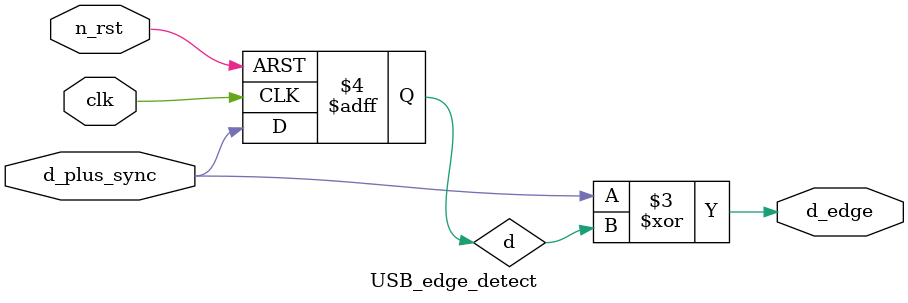
<source format=sv>

module USB_edge_detect
(
	input wire clk,
	input wire n_rst,
	input wire d_plus_sync,
	output wire d_edge
);

	reg d;

	always_ff @ (posedge clk, negedge n_rst)
	begin
		if(n_rst == 1'b0)
			d <= 1;
		else
			d <= d_plus_sync; 
	end

	assign d_edge = (d_plus_sync ^ d);

endmodule

</source>
